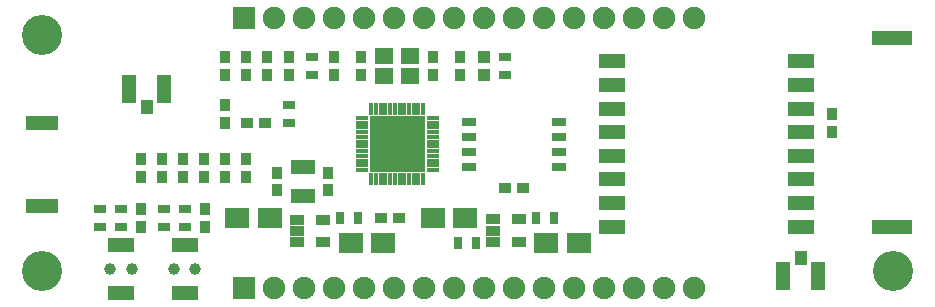
<source format=gbr>
G04 #@! TF.FileFunction,Soldermask,Top*
%FSLAX46Y46*%
G04 Gerber Fmt 4.6, Leading zero omitted, Abs format (unit mm)*
G04 Created by KiCad (PCBNEW 4.0.5) date 02/16/17 10:34:01*
%MOMM*%
%LPD*%
G01*
G04 APERTURE LIST*
%ADD10C,0.100000*%
%ADD11R,1.600000X1.400000*%
%ADD12R,2.000000X1.200000*%
%ADD13R,2.200000X1.200000*%
%ADD14R,2.740000X1.200000*%
%ADD15R,1.200000X0.680000*%
%ADD16R,3.500000X1.200000*%
%ADD17R,0.950000X1.000000*%
%ADD18R,1.190000X2.340000*%
%ADD19R,1.140000X1.190000*%
%ADD20R,1.000000X0.400000*%
%ADD21R,0.400000X1.000000*%
%ADD22R,1.312500X1.312500*%
%ADD23R,0.700000X1.100000*%
%ADD24C,1.000000*%
%ADD25R,1.900000X1.900000*%
%ADD26O,1.900000X1.900000*%
%ADD27R,2.150000X1.700000*%
%ADD28R,1.260000X0.850000*%
%ADD29R,1.100000X0.700000*%
%ADD30C,3.400000*%
%ADD31R,1.000000X0.950000*%
%ADD32R,1.000000X1.000000*%
G04 APERTURE END LIST*
D10*
D11*
X112946000Y-87464000D03*
X115146000Y-87464000D03*
X115146000Y-85764000D03*
X112946000Y-85764000D03*
D12*
X106045000Y-95143000D03*
X106045000Y-97643000D03*
D13*
X132208000Y-86218000D03*
X132208000Y-88218000D03*
X132208000Y-90218000D03*
X132208000Y-92218000D03*
X132208000Y-94218000D03*
X132208000Y-96218000D03*
X132208000Y-98218000D03*
X132208000Y-100218000D03*
X148208000Y-100218000D03*
X148208000Y-98218000D03*
X148208000Y-96218000D03*
X148208000Y-94218000D03*
X148208000Y-92218000D03*
X148208000Y-90218000D03*
X148208000Y-88218000D03*
X148208000Y-86218000D03*
D14*
X83947000Y-91432500D03*
X83947000Y-98432500D03*
D15*
X127762000Y-95123000D03*
X127762000Y-93853000D03*
X127762000Y-92583000D03*
X127762000Y-91313000D03*
X120142000Y-91313000D03*
X120142000Y-92583000D03*
X120142000Y-93853000D03*
X120142000Y-95123000D03*
D16*
X155956000Y-100202000D03*
X155956000Y-84202000D03*
D17*
X97663000Y-94500000D03*
X97663000Y-96000000D03*
D18*
X91362000Y-88519000D03*
X94312000Y-88519000D03*
D19*
X92837000Y-90044000D03*
D20*
X111046000Y-91018000D03*
X111046000Y-91418000D03*
X111046000Y-91818000D03*
X111046000Y-92218000D03*
X111046000Y-92618000D03*
X111046000Y-93018000D03*
X111046000Y-93418000D03*
X111046000Y-93818000D03*
X111046000Y-94218000D03*
X111046000Y-94618000D03*
X111046000Y-95018000D03*
X111046000Y-95418000D03*
D21*
X111846000Y-96218000D03*
X112246000Y-96218000D03*
X112646000Y-96218000D03*
X113046000Y-96218000D03*
X113446000Y-96218000D03*
X113846000Y-96218000D03*
X114246000Y-96218000D03*
X114646000Y-96218000D03*
X115046000Y-96218000D03*
X115446000Y-96218000D03*
X115846000Y-96218000D03*
X116246000Y-96218000D03*
D20*
X117046000Y-95418000D03*
X117046000Y-95018000D03*
X117046000Y-94618000D03*
X117046000Y-94218000D03*
X117046000Y-93818000D03*
X117046000Y-93418000D03*
X117046000Y-93018000D03*
X117046000Y-92618000D03*
X117046000Y-92218000D03*
X117046000Y-91818000D03*
X117046000Y-91418000D03*
X117046000Y-91018000D03*
D21*
X116246000Y-90218000D03*
X115846000Y-90218000D03*
X115446000Y-90218000D03*
X115046000Y-90218000D03*
X114646000Y-90218000D03*
X114246000Y-90218000D03*
X113846000Y-90218000D03*
X113446000Y-90218000D03*
X113046000Y-90218000D03*
X112646000Y-90218000D03*
X112246000Y-90218000D03*
X111846000Y-90218000D03*
D22*
X115714750Y-94886750D03*
X115714750Y-93774250D03*
X115714750Y-92661750D03*
X115714750Y-91549250D03*
X114602250Y-94886750D03*
X114602250Y-93774250D03*
X114602250Y-92661750D03*
X114602250Y-91549250D03*
X113489750Y-94886750D03*
X113489750Y-93774250D03*
X113489750Y-92661750D03*
X113489750Y-91549250D03*
X112377250Y-94886750D03*
X112377250Y-93774250D03*
X112377250Y-92661750D03*
X112377250Y-91549250D03*
D23*
X109242000Y-99479000D03*
X110742000Y-99479000D03*
D24*
X95158000Y-103796000D03*
X96958000Y-103796000D03*
D13*
X96058000Y-101796000D03*
X96058000Y-105796000D03*
D24*
X89760500Y-103794500D03*
X91560500Y-103794500D03*
D13*
X90660500Y-101794500D03*
X90660500Y-105794500D03*
D25*
X101092000Y-82550000D03*
D26*
X103632000Y-82550000D03*
X106172000Y-82550000D03*
X108712000Y-82550000D03*
X111252000Y-82550000D03*
X113792000Y-82550000D03*
X116332000Y-82550000D03*
X118872000Y-82550000D03*
X121412000Y-82550000D03*
X123952000Y-82550000D03*
X126492000Y-82550000D03*
X129032000Y-82550000D03*
X131572000Y-82550000D03*
X134112000Y-82550000D03*
X136652000Y-82550000D03*
X139192000Y-82550000D03*
D25*
X101092000Y-105410000D03*
D26*
X103632000Y-105410000D03*
X106172000Y-105410000D03*
X108712000Y-105410000D03*
X111252000Y-105410000D03*
X113792000Y-105410000D03*
X116332000Y-105410000D03*
X118872000Y-105410000D03*
X121412000Y-105410000D03*
X123952000Y-105410000D03*
X126492000Y-105410000D03*
X129032000Y-105410000D03*
X131572000Y-105410000D03*
X134112000Y-105410000D03*
X136652000Y-105410000D03*
X139192000Y-105410000D03*
D27*
X126655000Y-101557000D03*
X129405000Y-101557000D03*
X119805000Y-99457000D03*
X117055000Y-99457000D03*
X110117000Y-101579000D03*
X112867000Y-101579000D03*
X103267000Y-99479000D03*
X100517000Y-99479000D03*
D23*
X125780000Y-99457000D03*
X127280000Y-99457000D03*
X119180000Y-101557000D03*
X120680000Y-101557000D03*
D28*
X105592000Y-99629000D03*
X105592000Y-100579000D03*
X105592000Y-101529000D03*
X107792000Y-101529000D03*
X107792000Y-99629000D03*
X122130000Y-99607000D03*
X122130000Y-100557000D03*
X122130000Y-101507000D03*
X124330000Y-101507000D03*
X124330000Y-99607000D03*
D17*
X92360500Y-100244500D03*
X92360500Y-98744500D03*
X97758000Y-100246000D03*
X97758000Y-98746000D03*
D29*
X88860500Y-98744500D03*
X88860500Y-100244500D03*
X90660500Y-98744500D03*
X90660500Y-100244500D03*
X94258000Y-98746000D03*
X94258000Y-100246000D03*
X96058000Y-98746000D03*
X96058000Y-100246000D03*
D30*
X84000000Y-104000000D03*
X84000000Y-84000000D03*
X156000000Y-104000000D03*
D17*
X110998000Y-87364000D03*
X110998000Y-85864000D03*
X117094000Y-85864000D03*
X117094000Y-87364000D03*
X108712000Y-85864000D03*
X108712000Y-87364000D03*
X104902000Y-85864000D03*
X104902000Y-87364000D03*
D29*
X106807000Y-85864000D03*
X106807000Y-87364000D03*
D17*
X102997000Y-87364000D03*
X102997000Y-85864000D03*
X101219000Y-87364000D03*
X101219000Y-85864000D03*
X99441000Y-87352000D03*
X99441000Y-85852000D03*
X99441000Y-89928000D03*
X99441000Y-91428000D03*
D31*
X102858000Y-91440000D03*
X101358000Y-91440000D03*
D29*
X104902000Y-89928000D03*
X104902000Y-91428000D03*
D17*
X92329000Y-94500000D03*
X92329000Y-96000000D03*
X94107000Y-94500000D03*
X94107000Y-96000000D03*
X95885000Y-94500000D03*
X95885000Y-96000000D03*
X99441000Y-94500000D03*
X99441000Y-96000000D03*
X101219000Y-94500000D03*
X101219000Y-96000000D03*
X103886000Y-95643000D03*
X103886000Y-97143000D03*
X108204000Y-95643000D03*
X108204000Y-97143000D03*
D31*
X112661000Y-99441000D03*
X114161000Y-99441000D03*
D32*
X121412000Y-87414000D03*
X121412000Y-85814000D03*
D29*
X123190000Y-85864000D03*
X123190000Y-87364000D03*
D17*
X119380000Y-85864000D03*
X119380000Y-87364000D03*
D31*
X124702000Y-96901000D03*
X123202000Y-96901000D03*
D17*
X150876000Y-90690000D03*
X150876000Y-92190000D03*
D18*
X149684000Y-104394000D03*
X146734000Y-104394000D03*
D19*
X148209000Y-102869000D03*
M02*

</source>
